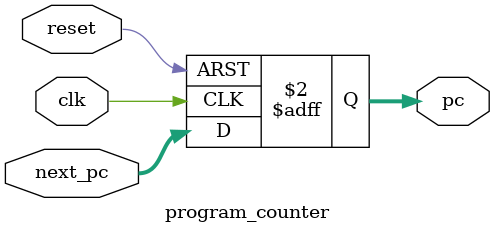
<source format=sv>
module program_counter (
    input logic clk,
    input logic reset,
    input logic [31:0] next_pc,
    output logic [31:0] pc
);
    always_ff @(posedge clk or posedge reset) begin
        if (reset)
            pc <= 32'b0;
        else
            pc <= next_pc;
    end
endmodule
</source>
